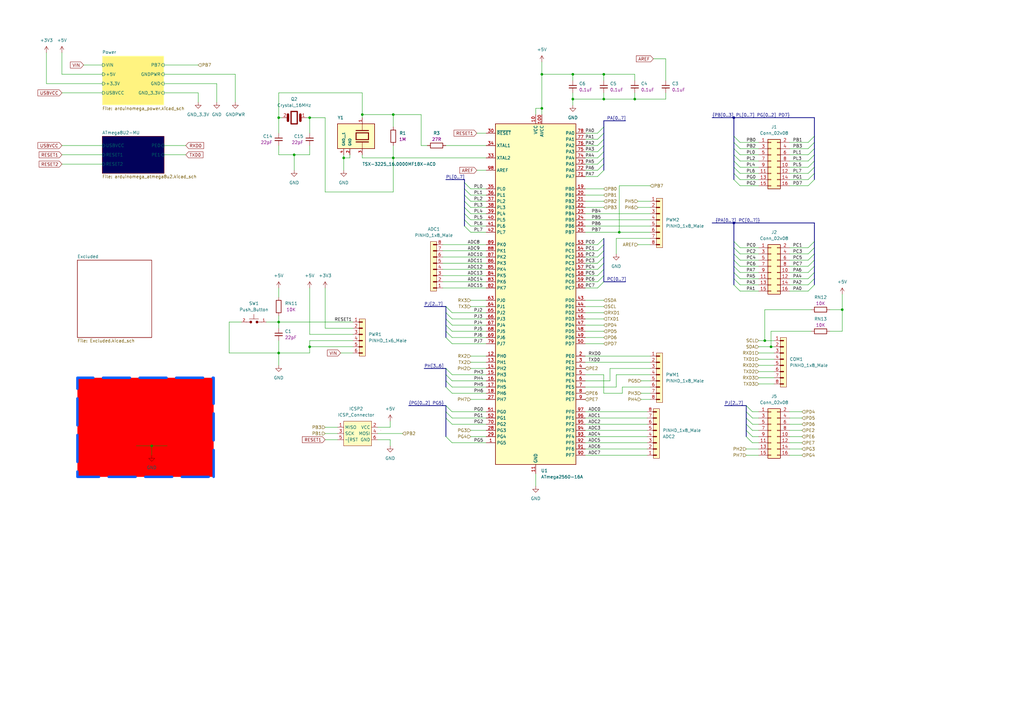
<source format=kicad_sch>
(kicad_sch (version 20250114) (generator "eeschema") (generator_version "9.0")
  (paper "A3")
  (junction (at 62.23 182.88))
  (junction (at 300.99 91.44))
  (junction (at 254 95.25))
  (junction (at 114.3 48.26))
  (junction (at 234.95 30.48))
  (junction (at 247.65 30.48))
  (junction (at 127 142.24))
  (junction (at 140.97 64.77))
  (junction (at 300.99 48.26))
  (junction (at 260.35 40.64))
  (junction (at 222.25 44.45))
  (junction (at 114.3 132.08))
  (junction (at 222.25 30.48))
  (junction (at 127 48.26))
  (junction (at 114.3 144.78))
  (junction (at 345.44 127))
  (junction (at 234.95 40.64))
  (junction (at 148.59 46.99))
  (junction (at 161.29 64.77))
  (junction (at 316.23 142.24))
  (junction (at 247.65 40.64))
  (junction (at 313.69 139.7))
  (junction (at 120.65 63.5))
  (junction (at 161.29 46.99))
  (bus_entry (at 334.01 66.04) (size -2.54 2.54))
  (bus_entry (at 182.88 166.37) (size 2.54 2.54))
  (bus_entry (at 190.5 87.63) (size 2.54 2.54))
  (bus_entry (at 334.01 114.3) (size -2.54 2.54))
  (bus_entry (at 182.88 138.43) (size 2.54 2.54))
  (bus_entry (at 182.88 179.07) (size 2.54 2.54))
  (bus_entry (at 334.01 68.58) (size -2.54 2.54))
  (bus_entry (at 300.99 66.04) (size 2.54 2.54))
  (bus_entry (at 182.88 156.21) (size 2.54 2.54))
  (bus_entry (at 247.65 52.07) (size -2.54 2.54))
  (bus_entry (at 300.99 111.76) (size 2.54 2.54))
  (bus_entry (at 182.88 168.91) (size 2.54 2.54))
  (bus_entry (at 247.65 57.15) (size -2.54 2.54))
  (bus_entry (at 247.65 64.77) (size -2.54 2.54))
  (bus_entry (at 334.01 55.88) (size -2.54 2.54))
  (bus_entry (at 247.65 113.03) (size -2.54 2.54))
  (bus_entry (at 334.01 73.66) (size -2.54 2.54))
  (bus_entry (at 300.99 73.66) (size 2.54 2.54))
  (bus_entry (at 247.65 62.23) (size -2.54 2.54))
  (bus_entry (at 247.65 69.85) (size -2.54 2.54))
  (bus_entry (at 300.99 109.22) (size 2.54 2.54))
  (bus_entry (at 247.65 67.31) (size -2.54 2.54))
  (bus_entry (at 306.07 168.91) (size 2.54 2.54))
  (bus_entry (at 300.99 114.3) (size 2.54 2.54))
  (bus_entry (at 300.99 116.84) (size 2.54 2.54))
  (bus_entry (at 247.65 107.95) (size -2.54 2.54))
  (bus_entry (at 306.07 171.45) (size 2.54 2.54))
  (bus_entry (at 300.99 71.12) (size 2.54 2.54))
  (bus_entry (at 182.88 133.35) (size 2.54 2.54))
  (bus_entry (at 300.99 60.96) (size 2.54 2.54))
  (bus_entry (at 334.01 111.76) (size -2.54 2.54))
  (bus_entry (at 334.01 60.96) (size -2.54 2.54))
  (bus_entry (at 300.99 63.5) (size 2.54 2.54))
  (bus_entry (at 334.01 101.6) (size -2.54 2.54))
  (bus_entry (at 334.01 71.12) (size -2.54 2.54))
  (bus_entry (at 306.07 176.53) (size 2.54 2.54))
  (bus_entry (at 306.07 173.99) (size 2.54 2.54))
  (bus_entry (at 247.65 110.49) (size -2.54 2.54))
  (bus_entry (at 247.65 97.79) (size -2.54 2.54))
  (bus_entry (at 247.65 102.87) (size -2.54 2.54))
  (bus_entry (at 182.88 171.45) (size 2.54 2.54))
  (bus_entry (at 247.65 59.69) (size -2.54 2.54))
  (bus_entry (at 190.5 92.71) (size 2.54 2.54))
  (bus_entry (at 182.88 151.13) (size 2.54 2.54))
  (bus_entry (at 182.88 135.89) (size 2.54 2.54))
  (bus_entry (at 190.5 90.17) (size 2.54 2.54))
  (bus_entry (at 334.01 104.14) (size -2.54 2.54))
  (bus_entry (at 334.01 106.68) (size -2.54 2.54))
  (bus_entry (at 247.65 54.61) (size -2.54 2.54))
  (bus_entry (at 334.01 63.5) (size -2.54 2.54))
  (bus_entry (at 334.01 109.22) (size -2.54 2.54))
  (bus_entry (at 190.5 77.47) (size 2.54 2.54))
  (bus_entry (at 182.88 125.73) (size 2.54 2.54))
  (bus_entry (at 300.99 104.14) (size 2.54 2.54))
  (bus_entry (at 190.5 85.09) (size 2.54 2.54))
  (bus_entry (at 300.99 68.58) (size 2.54 2.54))
  (bus_entry (at 300.99 58.42) (size 2.54 2.54))
  (bus_entry (at 190.5 74.93) (size 2.54 2.54))
  (bus_entry (at 300.99 101.6) (size 2.54 2.54))
  (bus_entry (at 306.07 166.37) (size 2.54 2.54))
  (bus_entry (at 190.5 82.55) (size 2.54 2.54))
  (bus_entry (at 247.65 115.57) (size -2.54 2.54))
  (bus_entry (at 334.01 116.84) (size -2.54 2.54))
  (bus_entry (at 247.65 105.41) (size -2.54 2.54))
  (bus_entry (at 182.88 128.27) (size 2.54 2.54))
  (bus_entry (at 334.01 99.06) (size -2.54 2.54))
  (bus_entry (at 247.65 100.33) (size -2.54 2.54))
  (bus_entry (at 182.88 158.75) (size 2.54 2.54))
  (bus_entry (at 306.07 179.07) (size 2.54 2.54))
  (bus_entry (at 182.88 130.81) (size 2.54 2.54))
  (bus_entry (at 300.99 99.06) (size 2.54 2.54))
  (bus_entry (at 300.99 55.88) (size 2.54 2.54))
  (bus_entry (at 334.01 58.42) (size -2.54 2.54))
  (bus_entry (at 182.88 153.67) (size 2.54 2.54))
  (bus_entry (at 190.5 80.01) (size 2.54 2.54))
  (bus_entry (at 300.99 106.68) (size 2.54 2.54))
  (bus (pts (xy 300.99 104.14) (xy 300.99 106.68)))
  (wire (pts (xy 345.44 120.65) (xy 345.44 127)))
  (wire (pts (xy 247.65 30.48) (xy 260.35 30.48)))
  (wire (pts (xy 306.07 184.15) (xy 311.15 184.15)))
  (wire (pts (xy 303.53 104.14) (xy 311.15 104.14)))
  (wire (pts (xy 255.27 161.29) (xy 255.27 158.75)))
  (bus (pts (xy 334.01 55.88) (xy 334.01 58.42)))
  (wire (pts (xy 93.98 132.08) (xy 99.06 132.08)))
  (wire (pts (xy 250.19 151.13) (xy 266.7 151.13)))
  (wire (pts (xy 133.35 175.26) (xy 138.43 175.26)))
  (wire (pts (xy 247.65 133.35) (xy 240.03 133.35)))
  (wire (pts (xy 25.4 38.1) (xy 41.91 38.1)))
  (bus (pts (xy 334.01 111.76) (xy 334.01 114.3)))
  (wire (pts (xy 114.3 132.08) (xy 144.78 132.08)))
  (wire (pts (xy 303.53 71.12) (xy 311.15 71.12)))
  (wire (pts (xy 252.73 153.67) (xy 266.7 153.67)))
  (bus (pts (xy 247.65 107.95) (xy 247.65 105.41)))
  (wire (pts (xy 195.58 54.61) (xy 199.39 54.61)))
  (wire (pts (xy 240.03 69.85) (xy 245.11 69.85)))
  (wire (pts (xy 133.35 134.62) (xy 144.78 134.62)))
  (wire (pts (xy 185.42 128.27) (xy 199.39 128.27)))
  (wire (pts (xy 317.5 154.94) (xy 311.15 154.94)))
  (wire (pts (xy 222.25 44.45) (xy 222.25 46.99)))
  (bus (pts (xy 334.01 66.04) (xy 334.01 68.58)))
  (bus (pts (xy 306.07 166.37) (xy 306.07 168.91)))
  (wire (pts (xy 245.11 110.49) (xy 240.03 110.49)))
  (wire (pts (xy 120.65 63.5) (xy 127 63.5)))
  (wire (pts (xy 185.42 168.91) (xy 199.39 168.91)))
  (wire (pts (xy 303.53 114.3) (xy 311.15 114.3)))
  (wire (pts (xy 240.03 64.77) (xy 245.11 64.77)))
  (wire (pts (xy 120.65 63.5) (xy 120.65 69.85)))
  (wire (pts (xy 193.04 82.55) (xy 199.39 82.55)))
  (wire (pts (xy 193.04 123.19) (xy 199.39 123.19)))
  (wire (pts (xy 96.52 30.48) (xy 96.52 41.91)))
  (wire (pts (xy 181.61 102.87) (xy 199.39 102.87)))
  (wire (pts (xy 247.65 138.43) (xy 240.03 138.43)))
  (wire (pts (xy 67.31 30.48) (xy 96.52 30.48)))
  (wire (pts (xy 308.61 176.53) (xy 311.15 176.53)))
  (wire (pts (xy 193.04 163.83) (xy 199.39 163.83)))
  (wire (pts (xy 252.73 158.75) (xy 252.73 153.67)))
  (bus (pts (xy 182.88 130.81) (xy 182.88 133.35)))
  (wire (pts (xy 303.53 119.38) (xy 311.15 119.38)))
  (wire (pts (xy 332.74 135.89) (xy 316.23 135.89)))
  (wire (pts (xy 245.11 118.11) (xy 240.03 118.11)))
  (bus (pts (xy 247.65 49.53) (xy 247.65 52.07)))
  (wire (pts (xy 195.58 69.85) (xy 199.39 69.85)))
  (bus (pts (xy 334.01 101.6) (xy 334.01 104.14)))
  (wire (pts (xy 240.03 90.17) (xy 266.7 90.17)))
  (bus (pts (xy 300.99 48.26) (xy 300.99 55.88)))
  (wire (pts (xy 127 142.24) (xy 127 144.78)))
  (bus (pts (xy 306.07 176.53) (xy 306.07 179.07)))
  (wire (pts (xy 140.97 64.77) (xy 143.51 64.77)))
  (wire (pts (xy 234.95 38.1) (xy 234.95 40.64)))
  (wire (pts (xy 266.7 146.05) (xy 240.03 146.05)))
  (bus (pts (xy 182.88 73.66) (xy 190.5 73.66)))
  (bus (pts (xy 300.99 114.3) (xy 300.99 116.84)))
  (wire (pts (xy 219.71 194.31) (xy 219.71 199.39)))
  (bus (pts (xy 190.5 90.17) (xy 190.5 92.71)))
  (wire (pts (xy 114.3 132.08) (xy 114.3 134.62)))
  (bus (pts (xy 300.99 63.5) (xy 300.99 66.04)))
  (wire (pts (xy 144.78 139.7) (xy 127 139.7)))
  (wire (pts (xy 254 95.25) (xy 266.7 95.25)))
  (bus (pts (xy 334.01 109.22) (xy 334.01 111.76)))
  (wire (pts (xy 161.29 46.99) (xy 161.29 52.07)))
  (wire (pts (xy 265.43 186.69) (xy 240.03 186.69)))
  (bus (pts (xy 334.01 58.42) (xy 334.01 60.96)))
  (wire (pts (xy 68.58 182.88) (xy 62.23 182.88)))
  (wire (pts (xy 127 139.7) (xy 127 142.24)))
  (wire (pts (xy 181.61 113.03) (xy 199.39 113.03)))
  (wire (pts (xy 255.27 158.75) (xy 266.7 158.75)))
  (wire (pts (xy 328.93 181.61) (xy 323.85 181.61)))
  (wire (pts (xy 316.23 135.89) (xy 316.23 142.24)))
  (bus (pts (xy 334.01 99.06) (xy 334.01 101.6)))
  (wire (pts (xy 265.43 184.15) (xy 240.03 184.15)))
  (wire (pts (xy 260.35 33.02) (xy 260.35 30.48)))
  (wire (pts (xy 323.85 116.84) (xy 331.47 116.84)))
  (wire (pts (xy 160.02 172.72) (xy 160.02 175.26)))
  (wire (pts (xy 127 144.78) (xy 114.3 144.78)))
  (wire (pts (xy 140.97 64.77) (xy 140.97 69.85)))
  (wire (pts (xy 41.91 59.69) (xy 25.4 59.69)))
  (wire (pts (xy 234.95 30.48) (xy 222.25 30.48)))
  (wire (pts (xy 143.51 64.77) (xy 143.51 63.5)))
  (bus (pts (xy 182.88 135.89) (xy 182.88 138.43)))
  (wire (pts (xy 273.05 38.1) (xy 273.05 40.64)))
  (bus (pts (xy 306.07 171.45) (xy 306.07 173.99)))
  (wire (pts (xy 303.53 60.96) (xy 311.15 60.96)))
  (wire (pts (xy 323.85 106.68) (xy 331.47 106.68)))
  (wire (pts (xy 133.35 118.11) (xy 133.35 134.62)))
  (wire (pts (xy 154.94 177.8) (xy 165.1 177.8)))
  (wire (pts (xy 245.11 102.87) (xy 240.03 102.87)))
  (wire (pts (xy 133.35 78.74) (xy 161.29 78.74)))
  (bus (pts (xy 334.01 91.44) (xy 334.01 99.06)))
  (bus (pts (xy 300.99 91.44) (xy 334.01 91.44)))
  (wire (pts (xy 303.53 66.04) (xy 311.15 66.04)))
  (wire (pts (xy 240.03 62.23) (xy 245.11 62.23)))
  (wire (pts (xy 185.42 140.97) (xy 199.39 140.97)))
  (wire (pts (xy 25.4 21.59) (xy 25.4 30.48)))
  (wire (pts (xy 266.7 76.2) (xy 254 76.2)))
  (wire (pts (xy 303.53 58.42) (xy 311.15 58.42)))
  (bus (pts (xy 247.65 49.53) (xy 256.54 49.53)))
  (wire (pts (xy 127 48.26) (xy 127 54.61)))
  (wire (pts (xy 265.43 173.99) (xy 240.03 173.99)))
  (bus (pts (xy 247.65 115.57) (xy 247.65 113.03)))
  (wire (pts (xy 240.03 158.75) (xy 252.73 158.75)))
  (wire (pts (xy 303.53 76.2) (xy 311.15 76.2)))
  (wire (pts (xy 261.62 85.09) (xy 266.7 85.09)))
  (wire (pts (xy 19.05 21.59) (xy 19.05 34.29)))
  (wire (pts (xy 161.29 78.74) (xy 161.29 64.77)))
  (wire (pts (xy 222.25 25.4) (xy 222.25 30.48)))
  (wire (pts (xy 181.61 110.49) (xy 199.39 110.49)))
  (wire (pts (xy 193.04 151.13) (xy 199.39 151.13)))
  (wire (pts (xy 323.85 63.5) (xy 331.47 63.5)))
  (wire (pts (xy 193.04 90.17) (xy 199.39 90.17)))
  (bus (pts (xy 300.99 91.44) (xy 300.99 99.06)))
  (wire (pts (xy 181.61 107.95) (xy 199.39 107.95)))
  (wire (pts (xy 193.04 146.05) (xy 199.39 146.05)))
  (wire (pts (xy 234.95 33.02) (xy 234.95 30.48)))
  (bus (pts (xy 247.65 110.49) (xy 247.65 107.95)))
  (bus (pts (xy 334.01 71.12) (xy 334.01 73.66)))
  (wire (pts (xy 140.97 63.5) (xy 140.97 64.77)))
  (wire (pts (xy 148.59 46.99) (xy 161.29 46.99)))
  (wire (pts (xy 55.88 182.88) (xy 62.23 182.88)))
  (wire (pts (xy 328.93 171.45) (xy 323.85 171.45)))
  (wire (pts (xy 332.74 127) (xy 313.69 127)))
  (wire (pts (xy 247.65 135.89) (xy 240.03 135.89)))
  (wire (pts (xy 240.03 156.21) (xy 250.19 156.21)))
  (wire (pts (xy 193.04 179.07) (xy 199.39 179.07)))
  (bus (pts (xy 182.88 153.67) (xy 182.88 151.13)))
  (bus (pts (xy 334.01 68.58) (xy 334.01 71.12)))
  (wire (pts (xy 25.4 30.48) (xy 41.91 30.48)))
  (wire (pts (xy 265.43 176.53) (xy 240.03 176.53)))
  (wire (pts (xy 114.3 144.78) (xy 114.3 149.86)))
  (wire (pts (xy 265.43 171.45) (xy 240.03 171.45)))
  (wire (pts (xy 114.3 139.7) (xy 114.3 144.78)))
  (wire (pts (xy 81.28 26.67) (xy 67.31 26.67)))
  (wire (pts (xy 181.61 118.11) (xy 199.39 118.11)))
  (wire (pts (xy 240.03 125.73) (xy 247.65 125.73)))
  (wire (pts (xy 240.03 113.03) (xy 245.11 113.03)))
  (wire (pts (xy 323.85 76.2) (xy 331.47 76.2)))
  (bus (pts (xy 190.5 82.55) (xy 190.5 85.09)))
  (bus (pts (xy 182.88 171.45) (xy 182.88 168.91)))
  (wire (pts (xy 261.62 82.55) (xy 266.7 82.55)))
  (wire (pts (xy 240.03 140.97) (xy 247.65 140.97)))
  (wire (pts (xy 185.42 153.67) (xy 199.39 153.67)))
  (wire (pts (xy 317.5 157.48) (xy 311.15 157.48)))
  (wire (pts (xy 185.42 133.35) (xy 199.39 133.35)))
  (bus (pts (xy 247.65 102.87) (xy 247.65 100.33)))
  (wire (pts (xy 114.3 59.69) (xy 114.3 63.5)))
  (wire (pts (xy 266.7 148.59) (xy 240.03 148.59)))
  (wire (pts (xy 311.15 139.7) (xy 313.69 139.7)))
  (wire (pts (xy 245.11 107.95) (xy 240.03 107.95)))
  (bus (pts (xy 300.99 99.06) (xy 300.99 101.6)))
  (wire (pts (xy 323.85 119.38) (xy 331.47 119.38)))
  (wire (pts (xy 127 137.16) (xy 144.78 137.16)))
  (wire (pts (xy 260.35 40.64) (xy 247.65 40.64)))
  (wire (pts (xy 62.23 182.88) (xy 62.23 186.69)))
  (wire (pts (xy 193.04 125.73) (xy 199.39 125.73)))
  (wire (pts (xy 252.73 97.79) (xy 252.73 104.14)))
  (wire (pts (xy 240.03 87.63) (xy 266.7 87.63)))
  (wire (pts (xy 81.28 38.1) (xy 67.31 38.1)))
  (wire (pts (xy 160.02 182.88) (xy 160.02 180.34)))
  (wire (pts (xy 193.04 87.63) (xy 199.39 87.63)))
  (wire (pts (xy 148.59 46.99) (xy 148.59 38.1)))
  (wire (pts (xy 185.42 171.45) (xy 199.39 171.45)))
  (wire (pts (xy 88.9 34.29) (xy 88.9 41.91)))
  (bus (pts (xy 300.99 60.96) (xy 300.99 63.5)))
  (bus (pts (xy 247.65 59.69) (xy 247.65 62.23)))
  (wire (pts (xy 303.53 101.6) (xy 311.15 101.6)))
  (wire (pts (xy 328.93 184.15) (xy 323.85 184.15)))
  (wire (pts (xy 234.95 30.48) (xy 247.65 30.48)))
  (bus (pts (xy 190.5 74.93) (xy 190.5 77.47)))
  (wire (pts (xy 148.59 64.77) (xy 148.59 63.5)))
  (wire (pts (xy 247.65 40.64) (xy 234.95 40.64)))
  (wire (pts (xy 317.5 149.86) (xy 311.15 149.86)))
  (wire (pts (xy 76.2 59.69) (xy 67.31 59.69)))
  (wire (pts (xy 345.44 135.89) (xy 340.36 135.89)))
  (wire (pts (xy 114.3 118.11) (xy 114.3 121.92)))
  (wire (pts (xy 323.85 104.14) (xy 331.47 104.14)))
  (wire (pts (xy 114.3 38.1) (xy 114.3 48.26)))
  (bus (pts (xy 182.88 168.91) (xy 182.88 166.37)))
  (wire (pts (xy 185.42 181.61) (xy 199.39 181.61)))
  (bus (pts (xy 247.65 113.03) (xy 247.65 110.49)))
  (wire (pts (xy 154.94 175.26) (xy 160.02 175.26)))
  (wire (pts (xy 222.25 30.48) (xy 222.25 44.45)))
  (wire (pts (xy 19.05 34.29) (xy 41.91 34.29)))
  (wire (pts (xy 240.03 130.81) (xy 247.65 130.81)))
  (wire (pts (xy 317.5 139.7) (xy 313.69 139.7)))
  (wire (pts (xy 172.72 46.99) (xy 161.29 46.99)))
  (wire (pts (xy 185.42 156.21) (xy 199.39 156.21)))
  (wire (pts (xy 328.93 186.69) (xy 323.85 186.69)))
  (wire (pts (xy 265.43 179.07) (xy 240.03 179.07)))
  (bus (pts (xy 247.65 62.23) (xy 247.65 64.77)))
  (bus (pts (xy 167.64 166.37) (xy 182.88 166.37)))
  (wire (pts (xy 247.65 153.67) (xy 247.65 161.29)))
  (bus (pts (xy 247.65 100.33) (xy 247.65 97.79)))
  (wire (pts (xy 185.42 161.29) (xy 199.39 161.29)))
  (wire (pts (xy 240.03 85.09) (xy 247.65 85.09)))
  (wire (pts (xy 308.61 173.99) (xy 311.15 173.99)))
  (wire (pts (xy 317.5 144.78) (xy 311.15 144.78)))
  (wire (pts (xy 323.85 60.96) (xy 331.47 60.96)))
  (bus (pts (xy 300.99 58.42) (xy 300.99 60.96)))
  (wire (pts (xy 34.29 26.67) (xy 41.91 26.67)))
  (wire (pts (xy 323.85 101.6) (xy 331.47 101.6)))
  (wire (pts (xy 240.03 123.19) (xy 247.65 123.19)))
  (wire (pts (xy 328.93 173.99) (xy 323.85 173.99)))
  (wire (pts (xy 323.85 109.22) (xy 331.47 109.22)))
  (wire (pts (xy 328.93 176.53) (xy 323.85 176.53)))
  (wire (pts (xy 93.98 132.08) (xy 93.98 144.78)))
  (wire (pts (xy 182.88 59.69) (xy 199.39 59.69)))
  (wire (pts (xy 185.42 158.75) (xy 199.39 158.75)))
  (wire (pts (xy 240.03 82.55) (xy 247.65 82.55)))
  (wire (pts (xy 303.53 73.66) (xy 311.15 73.66)))
  (wire (pts (xy 247.65 161.29) (xy 255.27 161.29)))
  (bus (pts (xy 247.65 57.15) (xy 247.65 59.69)))
  (wire (pts (xy 193.04 148.59) (xy 199.39 148.59)))
  (wire (pts (xy 240.03 128.27) (xy 247.65 128.27)))
  (bus (pts (xy 190.5 77.47) (xy 190.5 80.01)))
  (wire (pts (xy 125.73 48.26) (xy 127 48.26)))
  (wire (pts (xy 185.42 138.43) (xy 199.39 138.43)))
  (wire (pts (xy 308.61 168.91) (xy 311.15 168.91)))
  (bus (pts (xy 334.01 106.68) (xy 334.01 109.22)))
  (wire (pts (xy 154.94 180.34) (xy 160.02 180.34)))
  (bus (pts (xy 300.99 48.26) (xy 334.01 48.26)))
  (bus (pts (xy 300.99 68.58) (xy 300.99 71.12)))
  (wire (pts (xy 240.03 80.01) (xy 247.65 80.01)))
  (bus (pts (xy 297.18 166.37) (xy 306.07 166.37)))
  (wire (pts (xy 193.04 85.09) (xy 199.39 85.09)))
  (wire (pts (xy 114.3 48.26) (xy 114.3 54.61)))
  (wire (pts (xy 114.3 48.26) (xy 115.57 48.26)))
  (wire (pts (xy 245.11 67.31) (xy 240.03 67.31)))
  (wire (pts (xy 219.71 46.99) (xy 219.71 44.45)))
  (wire (pts (xy 303.53 68.58) (xy 311.15 68.58)))
  (bus (pts (xy 182.88 179.07) (xy 182.88 171.45)))
  (wire (pts (xy 262.89 163.83) (xy 266.7 163.83)))
  (wire (pts (xy 139.7 144.78) (xy 144.78 144.78)))
  (bus (pts (xy 190.5 87.63) (xy 190.5 90.17)))
  (bus (pts (xy 173.99 151.13) (xy 182.88 151.13)))
  (wire (pts (xy 323.85 114.3) (xy 331.47 114.3)))
  (bus (pts (xy 190.5 80.01) (xy 190.5 82.55)))
  (wire (pts (xy 323.85 68.58) (xy 331.47 68.58)))
  (wire (pts (xy 185.42 130.81) (xy 199.39 130.81)))
  (bus (pts (xy 334.01 114.3) (xy 334.01 116.84)))
  (wire (pts (xy 267.97 24.13) (xy 273.05 24.13)))
  (wire (pts (xy 273.05 40.64) (xy 260.35 40.64)))
  (wire (pts (xy 193.04 77.47) (xy 199.39 77.47)))
  (wire (pts (xy 240.03 105.41) (xy 245.11 105.41)))
  (bus (pts (xy 306.07 173.99) (xy 306.07 176.53)))
  (bus (pts (xy 292.1 91.44) (xy 300.99 91.44)))
  (bus (pts (xy 247.65 52.07) (xy 247.65 54.61)))
  (bus (pts (xy 247.65 54.61) (xy 247.65 57.15)))
  (bus (pts (xy 300.99 55.88) (xy 300.99 58.42)))
  (bus (pts (xy 247.65 64.77) (xy 247.65 67.31)))
  (bus (pts (xy 247.65 105.41) (xy 247.65 102.87)))
  (wire (pts (xy 317.5 152.4) (xy 311.15 152.4)))
  (wire (pts (xy 81.28 41.91) (xy 81.28 38.1)))
  (bus (pts (xy 306.07 168.91) (xy 306.07 171.45)))
  (wire (pts (xy 345.44 127) (xy 345.44 135.89)))
  (wire (pts (xy 133.35 177.8) (xy 138.43 177.8)))
  (wire (pts (xy 265.43 181.61) (xy 240.03 181.61)))
  (wire (pts (xy 323.85 66.04) (xy 331.47 66.04)))
  (wire (pts (xy 127 48.26) (xy 133.35 48.26)))
  (wire (pts (xy 317.5 142.24) (xy 316.23 142.24)))
  (wire (pts (xy 234.95 40.64) (xy 234.95 43.18)))
  (wire (pts (xy 266.7 97.79) (xy 252.73 97.79)))
  (wire (pts (xy 109.22 132.08) (xy 114.3 132.08)))
  (wire (pts (xy 247.65 30.48) (xy 247.65 33.02)))
  (wire (pts (xy 240.03 77.47) (xy 247.65 77.47)))
  (wire (pts (xy 261.62 100.33) (xy 266.7 100.33)))
  (bus (pts (xy 334.01 60.96) (xy 334.01 63.5)))
  (wire (pts (xy 181.61 115.57) (xy 199.39 115.57)))
  (bus (pts (xy 300.99 71.12) (xy 300.99 73.66)))
  (wire (pts (xy 313.69 127) (xy 313.69 139.7)))
  (wire (pts (xy 303.53 106.68) (xy 311.15 106.68)))
  (wire (pts (xy 240.03 72.39) (xy 245.11 72.39)))
  (wire (pts (xy 240.03 95.25) (xy 254 95.25)))
  (bus (pts (xy 300.99 111.76) (xy 300.99 114.3)))
  (wire (pts (xy 25.4 63.5) (xy 41.91 63.5)))
  (wire (pts (xy 303.53 63.5) (xy 311.15 63.5)))
  (wire (pts (xy 148.59 38.1) (xy 114.3 38.1)))
  (wire (pts (xy 250.19 156.21) (xy 250.19 151.13)))
  (bus (pts (xy 190.5 73.66) (xy 190.5 74.93)))
  (wire (pts (xy 245.11 100.33) (xy 240.03 100.33)))
  (wire (pts (xy 185.42 173.99) (xy 199.39 173.99)))
  (wire (pts (xy 260.35 38.1) (xy 260.35 40.64)))
  (wire (pts (xy 240.03 153.67) (xy 247.65 153.67)))
  (wire (pts (xy 193.04 92.71) (xy 199.39 92.71)))
  (bus (pts (xy 300.99 109.22) (xy 300.99 111.76)))
  (wire (pts (xy 265.43 168.91) (xy 240.03 168.91)))
  (wire (pts (xy 148.59 46.99) (xy 148.59 48.26)))
  (wire (pts (xy 323.85 111.76) (xy 331.47 111.76)))
  (wire (pts (xy 303.53 116.84) (xy 311.15 116.84)))
  (wire (pts (xy 93.98 144.78) (xy 114.3 144.78)))
  (wire (pts (xy 161.29 59.69) (xy 161.29 64.77)))
  (wire (pts (xy 273.05 24.13) (xy 273.05 33.02)))
  (wire (pts (xy 133.35 48.26) (xy 133.35 78.74)))
  (bus (pts (xy 334.01 104.14) (xy 334.01 106.68)))
  (wire (pts (xy 148.59 64.77) (xy 161.29 64.77)))
  (wire (pts (xy 308.61 179.07) (xy 311.15 179.07)))
  (wire (pts (xy 161.29 64.77) (xy 199.39 64.77)))
  (bus (pts (xy 173.99 125.73) (xy 182.88 125.73)))
  (wire (pts (xy 67.31 63.5) (xy 76.2 63.5)))
  (wire (pts (xy 328.93 179.07) (xy 323.85 179.07)))
  (wire (pts (xy 317.5 147.32) (xy 311.15 147.32)))
  (wire (pts (xy 181.61 105.41) (xy 199.39 105.41)))
  (wire (pts (xy 127 59.69) (xy 127 63.5)))
  (bus (pts (xy 247.65 115.57) (xy 256.54 115.57)))
  (wire (pts (xy 193.04 176.53) (xy 199.39 176.53)))
  (bus (pts (xy 292.1 48.26) (xy 300.99 48.26)))
  (bus (pts (xy 300.99 106.68) (xy 300.99 109.22)))
  (wire (pts (xy 67.31 34.29) (xy 88.9 34.29)))
  (wire (pts (xy 133.35 180.34) (xy 138.43 180.34)))
  (wire (pts (xy 306.07 186.69) (xy 311.15 186.69)))
  (wire (pts (xy 185.42 135.89) (xy 199.39 135.89)))
  (wire (pts (xy 308.61 171.45) (xy 311.15 171.45)))
  (bus (pts (xy 300.99 66.04) (xy 300.99 68.58)))
  (wire (pts (xy 120.65 63.5) (xy 114.3 63.5)))
  (wire (pts (xy 127 118.11) (xy 127 137.16)))
  (wire (pts (xy 245.11 54.61) (xy 240.03 54.61)))
  (wire (pts (xy 323.85 71.12) (xy 331.47 71.12)))
  (wire (pts (xy 308.61 181.61) (xy 311.15 181.61)))
  (bus (pts (xy 182.88 156.21) (xy 182.88 153.67)))
  (wire (pts (xy 262.89 161.29) (xy 266.7 161.29)))
  (wire (pts (xy 25.4 67.31) (xy 41.91 67.31)))
  (wire (pts (xy 240.03 92.71) (xy 266.7 92.71)))
  (wire (pts (xy 254 76.2) (xy 254 95.25)))
  (wire (pts (xy 181.61 100.33) (xy 199.39 100.33)))
  (wire (pts (xy 303.53 111.76) (xy 311.15 111.76)))
  (bus (pts (xy 182.88 158.75) (xy 182.88 156.21)))
  (wire (pts (xy 240.03 59.69) (xy 245.11 59.69)))
  (wire (pts (xy 328.93 168.91) (xy 323.85 168.91)))
  (bus (pts (xy 334.01 48.26) (xy 334.01 55.88)))
  (bus (pts (xy 182.88 133.35) (xy 182.88 135.89)))
  (bus (pts (xy 247.65 67.31) (xy 247.65 69.85)))
  (wire (pts (xy 340.36 127) (xy 345.44 127)))
  (wire (pts (xy 323.85 58.42) (xy 331.47 58.42)))
  (wire (pts (xy 323.85 73.66) (xy 331.47 73.66)))
  (wire (pts (xy 247.65 38.1) (xy 247.65 40.64)))
  (bus (pts (xy 182.88 125.73) (xy 182.88 128.27)))
  (wire (pts (xy 193.04 95.25) (xy 199.39 95.25)))
  (wire (pts (xy 114.3 129.54) (xy 114.3 132.08)))
  (wire (pts (xy 193.04 80.01) (xy 199.39 80.01)))
  (bus (pts (xy 334.01 63.5) (xy 334.01 66.04)))
  (wire (pts (xy 311.15 142.24) (xy 316.23 142.24)))
  (wire (pts (xy 219.71 44.45) (xy 222.25 44.45)))
  (bus (pts (xy 190.5 85.09) (xy 190.5 87.63)))
  (wire (pts (xy 303.53 109.22) (xy 311.15 109.22)))
  (wire (pts (xy 262.89 156.21) (xy 266.7 156.21)))
  (wire (pts (xy 127 142.24) (xy 144.78 142.24)))
  (bus (pts (xy 182.88 128.27) (xy 182.88 130.81)))
  (wire (pts (xy 175.26 59.69) (xy 172.72 59.69)))
  (wire (pts (xy 240.03 115.57) (xy 245.11 115.57)))
  (bus (pts (xy 300.99 101.6) (xy 300.99 104.14)))
  (wire (pts (xy 172.72 59.69) (xy 172.72 46.99)))
  (wire (pts (xy 245.11 57.15) (xy 240.03 57.15)))
  (label "PL2" (at 194.31 82.55 0))
  (label "PG2" (at 306.07 76.2 0))
  (label "PC4" (at 306.07 106.68 0))
  (label "ADC13" (at 191.77 113.03 0))
  (label "PB6" (at 242.57 92.71 0))
  (label "ADC9" (at 191.77 102.87 0))
  (label "PH4" (at 194.31 156.21 0))
  (label "PC6" (at 240.03 115.57 0))
  (label "PA3" (at 306.07 116.84 0))
  (label "PC5" (at 240.03 113.03 0))
  (label "PG5" (at 194.31 181.61 0))
  (label "PL4" (at 194.31 87.63 0))
  (label "PB1" (at 325.12 58.42 0))
  (label "TXD0" (at 241.3 148.59 0))
  (label "PA1" (at 306.07 119.38 0))
  (label "PA7" (at 306.07 111.76 0))
  (label "PC4" (at 240.03 110.49 0))
  (label "PL4" (at 306.07 68.58 0))
  (label "PJ[2..7]" (at 297.18 166.37 0))
  (label "ADC8" (at 191.77 100.33 0))
  (label "PJ4" (at 194.31 133.35 0))
  (label "PD7" (at 325.12 76.2 0))
  (label "PA5" (at 240.03 67.31 0))
  (label "ADC12" (at 191.77 110.49 0))
  (label "RESET1" (at 137.16 132.08 0))
  (label "PL1" (at 194.31 80.01 0))
  (label "PL0" (at 194.31 77.47 0))
  (label "PA0" (at 325.12 119.38 0))
  (label "ADC14" (at 191.77 115.57 0))
  (label "PJ3" (at 194.31 130.81 0))
  (label "PL3" (at 194.31 85.09 0))
  (label "PJ6" (at 194.31 138.43 0))
  (label "PG1" (at 194.31 171.45 0))
  (label "PJ7" (at 194.31 140.97 0))
  (label "ADC11" (at 191.77 107.95 0))
  (label "PC1" (at 325.12 101.6 0))
  (label "PG1" (at 325.12 73.66 0))
  (label "PC7" (at 325.12 109.22 0))
  (label "{PB[0..3] PL[0..7] PG[0..2] PD7}" (at 292.1 48.26 0))
  (label "PL0" (at 306.07 63.5 0))
  (label "PL5" (at 325.12 68.58 0))
  (label "PH[3..6]" (at 173.99 151.13 0))
  (label "PJ2" (at 194.31 128.27 0))
  (label "ADC6" (at 241.3 184.15 0))
  (label "ADC7" (at 241.3 186.69 0))
  (label "PA1" (at 240.03 57.15 0))
  (label "PA3" (at 240.03 62.23 0))
  (label "PL[0..7]" (at 182.88 73.66 0))
  (label "PB0" (at 306.07 58.42 0))
  (label "PC1" (at 240.03 102.87 0))
  (label "PC3" (at 240.03 107.95 0))
  (label "PG0" (at 306.07 73.66 0))
  (label "PA6" (at 325.12 111.76 0))
  (label "PH6" (at 194.31 161.29 0))
  (label "ADC5" (at 241.3 181.61 0))
  (label "ADC1" (at 241.3 171.45 0))
  (label "PB3" (at 325.12 60.96 0))
  (label "PA2" (at 325.12 116.84 0))
  (label "PC2" (at 240.03 105.41 0))
  (label "PC[0..7]" (at 248.92 115.57 0))
  (label "PB7" (at 242.57 95.25 0))
  (label "PA7" (at 240.03 72.39 0))
  (label "PB4" (at 242.57 87.63 0))
  (label "PC3" (at 325.12 104.14 0))
  (label "PA5" (at 306.07 114.3 0))
  (label "ADC4" (at 241.3 179.07 0))
  (label "PA[0..7]" (at 248.92 49.53 0))
  (label "ADC2" (at 241.3 173.99 0))
  (label "{PA[0..7] PC[0..7]}" (at 293.37 91.44 0))
  (label "PL1" (at 325.12 63.5 0))
  (label "{PG[0..2] PG5}" (at 167.64 166.37 0))
  (label "ADC10" (at 191.77 105.41 0))
  (label "PA4" (at 240.03 64.77 0))
  (label "PB2" (at 306.07 60.96 0))
  (label "PA6" (at 240.03 69.85 0))
  (label "PB5" (at 242.57 90.17 0))
  (label "ADC15" (at 191.77 118.11 0))
  (label "PL6" (at 306.07 71.12 0))
  (label "PL3" (at 325.12 66.04 0))
  (label "PG0" (at 194.31 168.91 0))
  (label "PG2" (at 194.31 173.99 0))
  (label "PC0" (at 306.07 101.6 0))
  (label "PL2" (at 306.07 66.04 0))
  (label "PL5" (at 194.31 90.17 0))
  (label "PC5" (at 325.12 106.68 0))
  (label "PA4" (at 325.12 114.3 0))
  (label "PC7" (at 240.03 118.11 0))
  (label "ADC0" (at 241.3 168.91 0))
  (label "PL6" (at 194.31 92.71 0))
  (label "PH5" (at 194.31 158.75 0))
  (label "PJ[2..7]" (at 173.99 125.73 0))
  (label "PH3" (at 194.31 153.67 0))
  (label "RXD0" (at 241.3 146.05 0))
  (label "PC6" (at 306.07 109.22 0))
  (label "PA2" (at 240.03 59.69 0))
  (label "PC0" (at 240.03 100.33 0))
  (label "PC2" (at 306.07 104.14 0))
  (label "ADC3" (at 241.3 176.53 0))
  (label "PL7" (at 325.12 71.12 0))
  (label "PA0" (at 240.03 54.61 0))
  (label "PJ5" (at 194.31 135.89 0))
  (label "PL7" (at 194.31 95.25 0))
  (global_label "AREF" (shape input) (at 195.58 69.85 180) (property "Intersheetrefs" "${INTERSHEET_REFS}" (effects (hide yes))))
  (global_label "AREF" (shape input) (at 267.97 24.13 180) (property "Intersheetrefs" "${INTERSHEET_REFS}" (effects (hide yes))))
  (global_label "VIN" (shape input) (at 34.29 26.67 180) (property "Intersheetrefs" "${INTERSHEET_REFS}" (effects (hide yes))))
  (global_label "RESET1" (shape input) (at 25.4 63.5 180) (property "Intersheetrefs" "${INTERSHEET_REFS}" (effects (hide yes))))
  (global_label "USBVCC" (shape input) (at 25.4 38.1 180) (property "Intersheetrefs" "${INTERSHEET_REFS}" (effects (hide yes))))
  (global_label "RESET1" (shape input) (at 195.58 54.61 180) (property "Intersheetrefs" "${INTERSHEET_REFS}" (effects (hide yes))))
  (global_label "VIN" (shape input) (at 139.7 144.78 180) (property "Intersheetrefs" "${INTERSHEET_REFS}" (effects (hide yes))))
  (global_label "USBVCC" (shape input) (at 25.4 59.69 180) (property "Intersheetrefs" "${INTERSHEET_REFS}" (effects (hide yes))))
  (global_label "TXD0" (shape input) (at 76.2 63.5 0) (property "Intersheetrefs" "${INTERSHEET_REFS}" (effects (hide yes))))
  (global_label "RESET1" (shape input) (at 133.35 180.34 180) (property "Intersheetrefs" "${INTERSHEET_REFS}" (effects (hide yes))))
  (global_label "RXD0" (shape input) (at 76.2 59.69 0) (property "Intersheetrefs" "${INTERSHEET_REFS}" (effects (hide yes))))
  (global_label "RESET2" (shape input) (at 25.4 67.31 180) (property "Intersheetrefs" "${INTERSHEET_REFS}" (effects (hide yes))))
  (hierarchical_label "RXD3" (shape input) (at 311.15 154.94 180))
  (hierarchical_label "AREF" (shape input) (at 261.62 100.33 180))
  (hierarchical_label "PB1" (shape input) (at 133.35 177.8 180))
  (hierarchical_label "PG4" (shape input) (at 193.04 179.07 180))
  (hierarchical_label "PB7" (shape input) (at 266.7 76.2 0))
  (hierarchical_label "TXD3" (shape input) (at 311.15 157.48 180))
  (hierarchical_label "PG3" (shape input) (at 193.04 176.53 180))
  (hierarchical_label "RXD2" (shape input) (at 311.15 149.86 180))
  (hierarchical_label "PB0" (shape input) (at 247.65 77.47 0))
  (hierarchical_label "PB2" (shape input) (at 165.1 177.8 0))
  (hierarchical_label "SCL" (shape input) (at 247.65 125.73 0))
  (hierarchical_label "RX2" (shape input) (at 193.04 146.05 180))
  (hierarchical_label "PH7" (shape input) (at 306.07 186.69 180))
  (hierarchical_label "PH7" (shape input) (at 193.04 163.83 180))
  (hierarchical_label "PD5" (shape input) (at 247.65 135.89 0))
  (hierarchical_label "PH6" (shape input) (at 261.62 85.09 180))
  (hierarchical_label "TXD1" (shape input) (at 311.15 147.32 180))
  (hierarchical_label "PD6" (shape input) (at 247.65 138.43 0))
  (hierarchical_label "PE7" (shape input) (at 328.93 181.61 0))
  (hierarchical_label "PD7" (shape input) (at 247.65 140.97 0))
  (hierarchical_label "PH2" (shape input) (at 193.04 151.13 180))
  (hierarchical_label "PH3" (shape input) (at 262.89 161.29 180))
  (hierarchical_label "PH2" (shape input) (at 306.07 184.15 180))
  (hierarchical_label "PD4" (shape input) (at 328.93 168.91 0))
  (hierarchical_label "TXD1" (shape input) (at 247.65 130.81 0))
  (hierarchical_label "RX3" (shape input) (at 193.04 123.19 180))
  (hierarchical_label "PE6" (shape input) (at 328.93 179.07 0))
  (hierarchical_label "PD4" (shape input) (at 247.65 133.35 0))
  (hierarchical_label "PB3" (shape input) (at 133.35 175.26 180))
  (hierarchical_label "PD5" (shape input) (at 328.93 171.45 0))
  (hierarchical_label "TX2" (shape input) (at 193.04 148.59 180))
  (hierarchical_label "PB3" (shape input) (at 247.65 85.09 0))
  (hierarchical_label "TXD2" (shape input) (at 311.15 152.4 180))
  (hierarchical_label "PB1" (shape input) (at 247.65 80.01 0))
  (hierarchical_label "SDA" (shape input) (at 311.15 142.24 180))
  (hierarchical_label "RXD1" (shape input) (at 247.65 128.27 0))
  (hierarchical_label "SDA" (shape input) (at 247.65 123.19 0))
  (hierarchical_label "PG3" (shape input) (at 328.93 184.15 0))
  (hierarchical_label "PB2" (shape input) (at 247.65 82.55 0))
  (hierarchical_label "RXD1" (shape input) (at 311.15 144.78 180))
  (hierarchical_label "SCL" (shape input) (at 311.15 139.7 180))
  (hierarchical_label "PG5" (shape input) (at 262.89 156.21 180))
  (hierarchical_label "PH4" (shape input) (at 262.89 163.83 180))
  (hierarchical_label "PE2" (shape input) (at 328.93 176.53 0))
  (hierarchical_label "PG4" (shape input) (at 328.93 186.69 0))
  (hierarchical_label "TX3" (shape input) (at 193.04 125.73 180))
  (hierarchical_label "PE2" (shape input) (at 240.03 151.13 0))
  (hierarchical_label "PD6" (shape input) (at 328.93 173.99 0))
  (hierarchical_label "PH5" (shape input) (at 261.62 82.55 180))
  (hierarchical_label "PB7" (shape input) (at 81.28 26.67 0))
  (hierarchical_label "PE7" (shape input) (at 240.03 163.83 0))
  (hierarchical_label "PE6" (shape input) (at 240.03 161.29 0))
  (rule_area (polyline (pts (xy 87.63 195.58) (xy 87.63 154.94) (xy 31.75 154.94) (xy 31.75 195.58)) (stroke (width 1) (type dash) (color 4 90 255 1)) (fill (type color) (color 255 0 2 1))))
  (symbol (lib_id "power:+3V3") (at 127 118.11 0) (unit 1)
    (property "Reference" "#PWR031" (effects (hide yes)))
    (property "Value" "+5V" (at 127 113.03 0))
  )
  (symbol (lib_id "PCM_Resistor_AKL:R_0603") (at 336.55 127 90) (unit 1)
    (property "Reference" "RN12" (at 336.55 121.92 90))
    (property "Value" "10K_0603" (effects (hide yes)))
    (property "Footprint" "PCM_Resistor_SMD_AKL:R_0603_1608Metric" (effects (hide yes)))
    (property "Display" "10K" (at 336.55 124.46 90))
  )
  (symbol (lib_id "PCM_4ms_Connector:Conn_02x08") (at 317.5 177.8 0) (unit 1)
    (property "Reference" "J5" (at 317.5 162.56 0))
    (property "Value" "Conn_02x08" (at 317.5 165.1 0))
    (property "Footprint" "PCM_4ms_Connector:Pins_2x08_2.54mm_TH" (effects (hide yes)))
    (property "Specifications" "Header, Male Pins, 2*8, spacing 2.54mm, straight pin" (effects (hide yes)))
    (property "Manufacturer" "TAD" (effects (hide yes)))
    (property "Part Number" "1-1602FBV0T" (effects (hide yes)))
  )
  (symbol (lib_id "power:GND") (at 252.73 104.14 0) (unit 1)
    (property "Reference" "#PWR035" (effects (hide yes)))
    (property "Value" "GND" (at 252.73 109.22 0))
  )
  (symbol (lib_id "PCM_Resistor_AKL:R_0603") (at 336.55 135.89 90) (unit 1)
    (property "Reference" "RN13" (at 336.55 130.81 90))
    (property "Value" "10K_0603" (effects (hide yes)))
    (property "Footprint" "PCM_Resistor_SMD_AKL:R_0603_1608Metric" (effects (hide yes)))
    (property "Display" "10K" (at 336.55 133.35 90))
  )
  (symbol (lib_id "PCM_4ms_Capacitor:100nF_0603_16V") (at 260.35 35.56 0) (unit 1)
    (property "Reference" "C4" (at 262.89 34.2963 0) (effects (justify left)))
    (property "Value" "100nF_0603_16V" (effects (hide yes)))
    (property "Footprint" "PCM_4ms_Capacitor:C_0603" (effects (hide yes)))
    (property "Specifications" "0.1uF, Min. 16V 10%, X7R or X5R or similar" (effects (hide yes)))
    (property "Manufacturer" "AVX Corporation" (effects (hide yes)))
    (property "Part Number" "0603YC104KAT2A" (effects (hide yes)))
    (property "Display" "0.1uF" (at 262.89 36.8363 0) (effects (justify left)))
    (property "JLCPCB ID" "C14663" (effects (hide yes)))
  )
  (symbol (lib_id "PCM_Resistor_AKL:R_0603") (at 161.29 55.88 180) (unit 1)
    (property "Reference" "R1" (at 163.83 54.61 0) (effects (justify right)))
    (property "Value" "1M_0603" (effects (hide yes)))
    (property "Footprint" "PCM_Resistor_SMD_AKL:R_0603_1608Metric" (effects (hide yes)))
    (property "Display" "1M" (at 165.1 57.15 0))
  )
  (symbol (lib_id "PCM_4ms_Connector:Conn_02x08") (at 317.5 110.49 0) (unit 1)
    (property "Reference" "J2" (at 317.5 95.25 0))
    (property "Value" "Conn_02x08" (at 317.5 97.79 0))
    (property "Footprint" "PCM_4ms_Connector:Pins_2x08_2.54mm_TH" (effects (hide yes)))
    (property "Specifications" "Header, Male Pins, 2*8, spacing 2.54mm, straight pin" (effects (hide yes)))
    (property "Manufacturer" "TAD" (effects (hide yes)))
    (property "Part Number" "1-1602FBV0T" (effects (hide yes)))
  )
  (symbol (lib_id "power:+5V") (at 25.4 21.59 0) (unit 1)
    (property "Reference" "#PWR039" (effects (hide yes)))
    (property "Value" "+5V" (at 25.4 16.51 0))
  )
  (symbol (lib_id "power:+5V") (at 133.35 118.11 0) (unit 1)
    (property "Reference" "#PWR030" (effects (hide yes)))
    (property "Value" "+3V3" (at 133.35 113.03 0))
  )
  (symbol (lib_id "PCM_SL_Connectors:ICSP_Connector") (at 146.05 177.8 0) (unit 1)
    (property "Reference" "ICSP2" (at 146.05 167.64 0))
    (property "Value" "ICSP_Connector" (at 146.05 170.18 0))
    (property "Footprint" "Connector_PinHeader_2.54mm:PinHeader_2x03_P2.54mm_Vertical" (effects (hide yes)))
  )
  (symbol (lib_id "PCM_4ms_Capacitor:100nF_0603_16V") (at 247.65 35.56 0) (unit 1)
    (property "Reference" "C5" (at 250.19 34.2963 0) (effects (justify left)))
    (property "Value" "100nF_0603_16V" (effects (hide yes)))
    (property "Footprint" "PCM_4ms_Capacitor:C_0603" (effects (hide yes)))
    (property "Specifications" "0.1uF, Min. 16V 10%, X7R or X5R or similar" (effects (hide yes)))
    (property "Manufacturer" "AVX Corporation" (effects (hide yes)))
    (property "Part Number" "0603YC104KAT2A" (effects (hide yes)))
    (property "Display" "0.1uF" (at 250.19 36.8363 0) (effects (justify left)))
    (property "JLCPCB ID" "C14663" (effects (hide yes)))
  )
  (symbol (lib_id "power:GND") (at 96.52 41.91 0) (unit 1)
    (property "Reference" "#PWR043" (effects (hide yes)))
    (property "Value" "GNDPWR" (at 96.52 46.99 0))
  )
  (symbol (lib_id "power:GND") (at 219.71 199.39 0) (unit 1)
    (property "Reference" "#PWR034" (effects (hide yes)))
    (property "Value" "GND" (at 219.71 204.47 0))
  )
  (symbol (lib_id "PCM_4ms_Capacitor:100nF_0603_16V") (at 234.95 35.56 0) (unit 1)
    (property "Reference" "C6" (at 237.49 34.2963 0) (effects (justify left)))
    (property "Value" "100nF_0603_16V" (effects (hide yes)))
    (property "Footprint" "PCM_4ms_Capacitor:C_0603" (effects (hide yes)))
    (property "Specifications" "0.1uF, Min. 16V 10%, X7R or X5R or similar" (effects (hide yes)))
    (property "Manufacturer" "AVX Corporation" (effects (hide yes)))
    (property "Part Number" "0603YC104KAT2A" (effects (hide yes)))
    (property "Display" "0.1uF" (at 237.49 36.8363 0) (effects (justify left)))
    (property "JLCPCB ID" "C14663" (effects (hide yes)))
  )
  (symbol (lib_id "power:+5V") (at 345.44 120.65 0) (unit 1)
    (property "Reference" "#PWR036" (effects (hide yes)))
    (property "Value" "+5V" (at 345.44 115.57 0))
  )
  (symbol (lib_id "PCM_Resistor_AKL:R_0603") (at 114.3 125.73 180) (unit 1)
    (property "Reference" "RN11" (at 116.84 124.46 0) (effects (justify right)))
    (property "Value" "10K_0603" (effects (hide yes)))
    (property "Footprint" "PCM_Resistor_SMD_AKL:R_0603_1608Metric" (effects (hide yes)))
    (property "Display" "10K" (at 119.38 127 0))
  )
  (symbol (lib_id "power:+5V") (at 222.25 25.4 0) (unit 1)
    (property "Reference" "#PWR028" (effects (hide yes)))
    (property "Value" "+5V" (at 222.25 20.32 0))
  )
  (symbol (lib_id "PCM_Resistor_AKL:R_0603") (at 179.07 59.69 90) (unit 1)
    (property "Reference" "R3" (at 179.07 54.61 90))
    (property "Value" "27R_0603" (effects (hide yes)))
    (property "Footprint" "PCM_Resistor_SMD_AKL:R_0603_1608Metric" (effects (hide yes)))
    (property "Display" "27R" (at 179.07 57.15 90))
  )
  (symbol (lib_id "EPSON-TSX-3225-16MF18X-AC0:TSX-3225_16.0000MF18X-AC0") (at 148.59 55.88 270) (unit 1)
    (property "Reference" "Y1" (at 138.43 48.26 90) (effects (justify left)))
    (property "Value" "TSX-3225_16.0000MF18X-AC0" (at 148.59 67.31 90) (effects (justify left)))
    (property "Footprint" "EPSON_TSX-3225-16MF18X-AC0:XTAL_TSX-3225_16.0000MF18X-AC0" (effects (hide yes)))
    (property "PARTREV" "N/A" (effects (hide yes)))
    (property "STANDARD" "Manufacturer Recommendations" (effects (hide yes)))
    (property "MAXIMUM_PACKAGE_HEIGHT" "0.6 mm" (effects (hide yes)))
    (property "MANUFACTURER" "EPSON" (effects (hide yes)))
  )
  (symbol (lib_id "PCM_SL_Devices:Crystal_16MHz") (at 120.65 48.26 0) (mirror y) (unit 1)
    (property "Reference" "Q2" (at 120.65 40.64 0))
    (property "Value" "Crystal_16MHz" (at 120.65 43.18 0))
    (property "Footprint" "Crystal:Crystal_HC49-4H_Vertical" (effects (hide yes)))
  )
  (symbol (lib_id "PCM_SL_Devices:Push_Button") (at 104.14 132.08 0) (mirror y) (unit 1)
    (property "Reference" "SW1" (at 104.14 124.46 0))
    (property "Value" "Push_Button" (at 104.14 127 0))
    (property "Footprint" "Button_Switch_THT:SW_PUSH_6mm" (effects (hide yes)))
  )
  (symbol (lib_id "power:GND") (at 160.02 182.88 0) (unit 1)
    (property "Reference" "#PWR023" (effects (hide yes)))
    (property "Value" "GND" (at 160.02 187.96 0))
  )
  (symbol (lib_id "MCU_Microchip_ATmega:ATmega2560-16A") (at 219.71 120.65 0) (unit 1)
    (property "Reference" "U1" (at 221.9041 193.04 0) (effects (justify left)))
    (property "Value" "ATmega2560-16A" (at 221.9041 195.58 0) (effects (justify left)))
    (property "Footprint" "Package_QFP:TQFP-100_14x14mm_P0.5mm" (effects (hide yes)))
    (property "Datasheet" "http://ww1.microchip.com/downloads/en/DeviceDoc/Atmel-2549-8-bit-AVR-Microcontroller-ATmega640-1280-1281-2560-2561_datasheet.pdf" (effects (hide yes)))
  )
  (symbol (lib_id "PCM_SL_Pin_Headers:PINHD_1x8_Male") (at 269.24 177.8 0) (mirror x) (unit 1)
    (property "Reference" "ADC2" (at 271.78 179.07 0) (effects (justify left)))
    (property "Value" "PINHD_1x8_Male" (at 271.78 176.53 0) (effects (justify left)))
    (property "Footprint" "Connector_PinHeader_2.54mm:PinHeader_1x08_P2.54mm_Vertical" (effects (hide yes)))
  )
  (symbol (lib_id "power:GND") (at 140.97 69.85 0) (unit 1)
    (property "Reference" "#PWR027" (effects (hide yes)))
    (property "Value" "GND" (at 140.97 74.93 0))
  )
  (symbol (lib_id "PCM_SL_Pin_Headers:PINHD_1x8_Male") (at 270.51 154.94 0) (unit 1)
    (property "Reference" "PWM1" (at 273.05 153.67 0) (effects (justify left)))
    (property "Value" "PINHD_1x8_Male" (at 273.05 156.21 0) (effects (justify left)))
    (property "Footprint" "Connector_PinHeader_2.54mm:PinHeader_1x08_P2.54mm_Vertical" (effects (hide yes)))
  )
  (symbol (lib_id "power:GND") (at 114.3 149.86 0) (unit 1)
    (property "Reference" "#PWR033" (effects (hide yes)))
    (property "Value" "GND" (at 114.3 154.94 0))
  )
  (symbol (lib_id "power:GND") (at 88.9 41.91 0) (unit 1)
    (property "Reference" "#PWR041" (effects (hide yes)))
    (property "Value" "GND" (at 88.9 46.99 0))
  )
  (symbol (lib_id "power:+3V3") (at 19.05 21.59 0) (unit 1)
    (property "Reference" "#PWR040" (effects (hide yes)))
    (property "Value" "+3V3" (at 19.05 16.51 0))
  )
  (symbol (lib_id "PCM_SL_Pin_Headers:PINHD_1x6_Male") (at 148.59 138.43 0) (unit 1)
    (property "Reference" "PWR1" (at 151.13 137.16 0) (effects (justify left)))
    (property "Value" "PINHD_1x6_Male" (at 151.13 139.7 0) (effects (justify left)))
    (property "Footprint" "Connector_PinHeader_2.54mm:PinHeader_1x06_P2.54mm_Vertical" (effects (hide yes)))
  )
  (symbol (lib_id "power:GND") (at 234.95 43.18 0) (unit 1)
    (property "Reference" "#PWR029" (effects (hide yes)))
    (property "Value" "GND" (at 234.95 48.26 0))
  )
  (symbol (lib_id "power:GND") (at 62.23 186.69 0) (mirror y) (unit 1)
    (property "Reference" "#PWR022" (effects (hide yes)))
    (property "Value" "GND" (at 62.23 191.77 0))
  )
  (symbol (lib_id "power:+5V") (at 114.3 118.11 0) (unit 1)
    (property "Reference" "#PWR032" (effects (hide yes)))
    (property "Value" "+5V" (at 114.3 113.03 0))
  )
  (symbol (lib_id "PCM_4ms_Connector:Conn_02x08") (at 317.5 67.31 0) (unit 1)
    (property "Reference" "J1" (at 317.5 52.07 0))
    (property "Value" "Conn_02x08" (at 317.5 54.61 0))
    (property "Footprint" "PCM_4ms_Connector:Pins_2x08_2.54mm_TH" (effects (hide yes)))
    (property "Specifications" "Header, Male Pins, 2*8, spacing 2.54mm, straight pin" (effects (hide yes)))
    (property "Manufacturer" "TAD" (effects (hide yes)))
    (property "Part Number" "1-1602FBV0T" (effects (hide yes)))
  )
  (symbol (lib_id "power:GND") (at 120.65 69.85 0) (unit 1)
    (property "Reference" "#PWR048" (effects (hide yes)))
    (property "Value" "GND" (at 120.65 74.93 0))
  )
  (symbol (lib_id "PCM_4ms_Capacitor:100nF_0603_16V") (at 127 57.15 0) (mirror y) (unit 1)
    (property "Reference" "C15" (at 124.46 55.8863 0) (effects (justify left)))
    (property "Value" "22pF_0603_16V" (effects (hide yes)))
    (property "Footprint" "PCM_4ms_Capacitor:C_0603" (effects (hide yes)))
    (property "Specifications" "22pF, Min. 16V 10%, X7R or X5R or similar" (effects (hide yes)))
    (property "Manufacturer" "AVX Corporation" (effects (hide yes)))
    (property "Part Number" "0603YC104KAT2A" (effects (hide yes)))
    (property "Display" "22pF" (at 124.46 58.4263 0) (effects (justify left)))
    (property "JLCPCB ID" "C14663" (effects (hide yes)))
  )
  (symbol (lib_id "PCM_SL_Pin_Headers:PINHD_1x8_Male") (at 321.31 148.59 0) (unit 1)
    (property "Reference" "COM1" (at 323.85 147.32 0) (effects (justify left)))
    (property "Value" "PINHD_1x8_Male" (at 323.85 149.86 0) (effects (justify left)))
    (property "Footprint" "Connector_PinHeader_2.54mm:PinHeader_1x08_P2.54mm_Vertical" (effects (hide yes)))
  )
  (symbol (lib_id "PCM_SL_Pin_Headers:PINHD_1x8_Male") (at 177.8 109.22 180) (unit 1)
    (property "Reference" "ADC1" (at 177.925 93.98 0))
    (property "Value" "PINHD_1x8_Male" (at 177.925 96.52 0))
    (property "Footprint" "Connector_PinHeader_2.54mm:PinHeader_1x08_P2.54mm_Vertical" (effects (hide yes)))
  )
  (symbol (lib_id "PCM_4ms_Capacitor:100nF_0603_16V") (at 273.05 35.56 0) (unit 1)
    (property "Reference" "C3" (at 275.59 34.2963 0) (effects (justify left)))
    (property "Value" "100nF_0603_16V" (effects (hide yes)))
    (property "Footprint" "PCM_4ms_Capacitor:C_0603" (effects (hide yes)))
    (property "Specifications" "0.1uF, Min. 16V 10%, X7R or X5R or similar" (effects (hide yes)))
    (property "Manufacturer" "AVX Corporation" (effects (hide yes)))
    (property "Part Number" "0603YC104KAT2A" (effects (hide yes)))
    (property "Display" "0.1uF" (at 275.59 36.8363 0) (effects (justify left)))
    (property "JLCPCB ID" "C14663" (effects (hide yes)))
  )
  (symbol (lib_id "PCM_4ms_Capacitor:100nF_0603_16V") (at 114.3 137.16 0) (unit 1)
    (property "Reference" "C1" (at 116.84 135.8963 0) (effects (justify left)))
    (property "Value" "22pF_0603_16V" (effects (hide yes)))
    (property "Footprint" "PCM_4ms_Capacitor:C_0603" (effects (hide yes)))
    (property "Specifications" "22pF, Min. 16V 10%, X7R or X5R or similar" (effects (hide yes)))
    (property "Manufacturer" "AVX Corporation" (effects (hide yes)))
    (property "Part Number" "0603YC104KAT2A" (effects (hide yes)))
    (property "Display" "22pF" (at 116.84 138.4363 0) (effects (justify left)))
    (property "JLCPCB ID" "C14663" (effects (hide yes)))
  )
  (symbol (lib_id "PCM_SL_Pin_Headers:PINHD_1x8_Male") (at 270.51 91.44 0) (unit 1)
    (property "Reference" "PWM2" (at 273.05 90.17 0) (effects (justify left)))
    (property "Value" "PINHD_1x8_Male" (at 273.05 92.71 0) (effects (justify left)))
    (property "Footprint" "Connector_PinHeader_2.54mm:PinHeader_1x08_P2.54mm_Vertical" (effects (hide yes)))
  )
  (symbol (lib_id "power:GND") (at 81.28 41.91 0) (unit 1)
    (property "Reference" "#PWR042" (effects (hide yes)))
    (property "Value" "GND_3.3V" (at 81.28 46.99 0))
  )
  (symbol (lib_id "PCM_4ms_Capacitor:100nF_0603_16V") (at 114.3 57.15 0) (mirror y) (unit 1)
    (property "Reference" "C14" (at 111.76 55.8863 0) (effects (justify left)))
    (property "Value" "22pF_0603_16V" (effects (hide yes)))
    (property "Footprint" "PCM_4ms_Capacitor:C_0603" (effects (hide yes)))
    (property "Specifications" "22pF, Min. 16V 10%, X7R or X5R or similar" (effects (hide yes)))
    (property "Manufacturer" "AVX Corporation" (effects (hide yes)))
    (property "Part Number" "0603YC104KAT2A" (effects (hide yes)))
    (property "Display" "22pF" (at 111.76 58.4263 0) (effects (justify left)))
    (property "JLCPCB ID" "C14663" (effects (hide yes)))
  )
  (symbol (lib_id "power:+5V") (at 160.02 172.72 0) (unit 1)
    (property "Reference" "#PWR024" (effects (hide yes)))
    (property "Value" "+5V" (at 160.02 167.64 0))
  )
  (sheet (at 31.75 106.68) (size 30.48 31.75) (exclude_from_sim yes) (in_bom no) (on_board no) (stroke (width 0.1524))
    (property "Sheetname" "Excluded" (at 31.75 105.9684 0) (effects (justify left bottom)))
    (property "Sheetfile" "Excluded.kicad_sch" (at 31.75 139.0146 0) (effects (justify left top)))
  )
  (sheet (at 41.91 55.88) (size 25.4 15.24) (stroke (width 0.1524)) (fill (color 0 0 90 0.9900))
    (property "Sheetname" "ATmega8U2-MU" (at 41.91 55.1684 0) (effects (justify left bottom)))
    (property "Sheetfile" "arduinomega_atmega8u2.kicad_sch" (at 41.91 71.7046 0) (effects (justify left top)))
    (pin "USBVCC" input (at 41.91 59.69 180))
    (pin "PE1" input (at 67.31 63.5 0))
    (pin "RESET1" input (at 41.91 63.5 180))
    (pin "PE0" input (at 67.31 59.69 0))
    (pin "RESET2" input (at 41.91 67.31 180))
  )
  (sheet (at 41.91 22.86) (size 25.4 20.32) (stroke (width 0.1524) (color 255 255 255 1)) (fill (color 255 243 128 1.0000))
    (property "Sheetname" "Power" (at 41.91 22.1484 0) (effects (justify left bottom)))
    (property "Sheetfile" "arduinomega_power.kicad_sch" (at 41.91 43.7646 0) (effects (justify left top)))
    (pin "GND" input (at 67.31 34.29 0))
    (pin "+5V" input (at 41.91 30.48 180))
    (pin "GNDPWR" input (at 67.31 30.48 0))
    (pin "VIN" input (at 41.91 26.67 180))
    (pin "GND_3.3V" input (at 67.31 38.1 0))
    (pin "+3.3V" input (at 41.91 34.29 180))
    (pin "USBVCC" input (at 41.91 38.1 180))
    (pin "PB7" input (at 67.31 26.67 0))
  )
)
</source>
